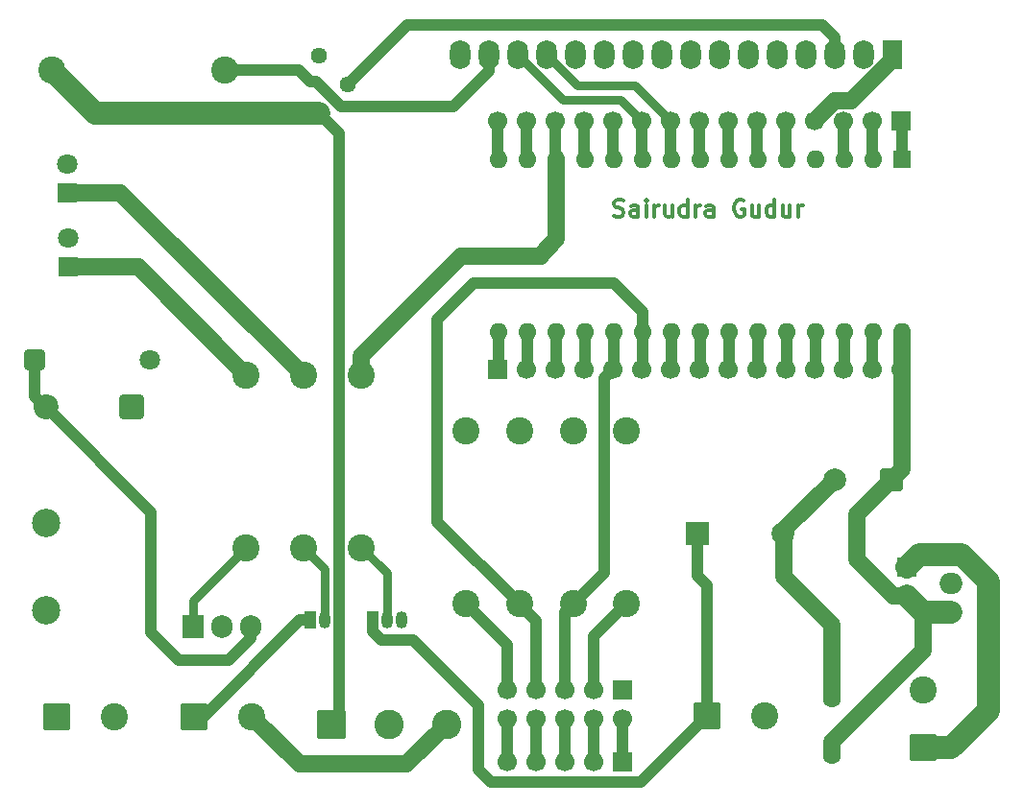
<source format=gbr>
%TF.GenerationSoftware,KiCad,Pcbnew,9.0.5*%
%TF.CreationDate,2025-11-29T23:46:54+05:30*%
%TF.ProjectId,from scrach,66726f6d-2073-4637-9261-63682e6b6963,rev?*%
%TF.SameCoordinates,Original*%
%TF.FileFunction,Copper,L1,Top*%
%TF.FilePolarity,Positive*%
%FSLAX46Y46*%
G04 Gerber Fmt 4.6, Leading zero omitted, Abs format (unit mm)*
G04 Created by KiCad (PCBNEW 9.0.5) date 2025-11-29 23:46:54*
%MOMM*%
%LPD*%
G01*
G04 APERTURE LIST*
G04 Aperture macros list*
%AMRoundRect*
0 Rectangle with rounded corners*
0 $1 Rounding radius*
0 $2 $3 $4 $5 $6 $7 $8 $9 X,Y pos of 4 corners*
0 Add a 4 corners polygon primitive as box body*
4,1,4,$2,$3,$4,$5,$6,$7,$8,$9,$2,$3,0*
0 Add four circle primitives for the rounded corners*
1,1,$1+$1,$2,$3*
1,1,$1+$1,$4,$5*
1,1,$1+$1,$6,$7*
1,1,$1+$1,$8,$9*
0 Add four rect primitives between the rounded corners*
20,1,$1+$1,$2,$3,$4,$5,0*
20,1,$1+$1,$4,$5,$6,$7,0*
20,1,$1+$1,$6,$7,$8,$9,0*
20,1,$1+$1,$8,$9,$2,$3,0*%
G04 Aperture macros list end*
%ADD10C,0.300000*%
%TA.AperFunction,NonConductor*%
%ADD11C,0.300000*%
%TD*%
%TA.AperFunction,ComponentPad*%
%ADD12R,1.700000X1.700000*%
%TD*%
%TA.AperFunction,ComponentPad*%
%ADD13C,1.700000*%
%TD*%
%TA.AperFunction,ComponentPad*%
%ADD14R,1.800000X1.800000*%
%TD*%
%TA.AperFunction,ComponentPad*%
%ADD15C,1.800000*%
%TD*%
%TA.AperFunction,ComponentPad*%
%ADD16C,2.400000*%
%TD*%
%TA.AperFunction,ComponentPad*%
%ADD17RoundRect,0.250001X-0.949999X-0.949999X0.949999X-0.949999X0.949999X0.949999X-0.949999X0.949999X0*%
%TD*%
%TA.AperFunction,ComponentPad*%
%ADD18R,2.000000X2.000000*%
%TD*%
%TA.AperFunction,ComponentPad*%
%ADD19C,2.000000*%
%TD*%
%TA.AperFunction,ComponentPad*%
%ADD20RoundRect,0.341000X-0.759000X0.759000X-0.759000X-0.759000X0.759000X-0.759000X0.759000X0.759000X0*%
%TD*%
%TA.AperFunction,ComponentPad*%
%ADD21C,2.500000*%
%TD*%
%TA.AperFunction,ComponentPad*%
%ADD22C,2.200000*%
%TD*%
%TA.AperFunction,ComponentPad*%
%ADD23RoundRect,0.250001X0.949999X-0.949999X0.949999X0.949999X-0.949999X0.949999X-0.949999X-0.949999X0*%
%TD*%
%TA.AperFunction,ComponentPad*%
%ADD24R,1.600000X1.600000*%
%TD*%
%TA.AperFunction,ComponentPad*%
%ADD25O,1.600000X1.600000*%
%TD*%
%TA.AperFunction,ComponentPad*%
%ADD26RoundRect,0.250000X-1.050000X-1.050000X1.050000X-1.050000X1.050000X1.050000X-1.050000X1.050000X0*%
%TD*%
%TA.AperFunction,ComponentPad*%
%ADD27C,2.600000*%
%TD*%
%TA.AperFunction,ComponentPad*%
%ADD28RoundRect,0.250000X-0.650000X-0.650000X0.650000X-0.650000X0.650000X0.650000X-0.650000X0.650000X0*%
%TD*%
%TA.AperFunction,ComponentPad*%
%ADD29R,1.050000X1.500000*%
%TD*%
%TA.AperFunction,ComponentPad*%
%ADD30O,1.050000X1.500000*%
%TD*%
%TA.AperFunction,ComponentPad*%
%ADD31R,2.000000X1.905000*%
%TD*%
%TA.AperFunction,ComponentPad*%
%ADD32O,2.000000X1.905000*%
%TD*%
%TA.AperFunction,ComponentPad*%
%ADD33C,1.600000*%
%TD*%
%TA.AperFunction,ComponentPad*%
%ADD34C,1.440000*%
%TD*%
%TA.AperFunction,ComponentPad*%
%ADD35RoundRect,0.250000X0.750000X0.750000X-0.750000X0.750000X-0.750000X-0.750000X0.750000X-0.750000X0*%
%TD*%
%TA.AperFunction,ComponentPad*%
%ADD36R,1.905000X2.000000*%
%TD*%
%TA.AperFunction,ComponentPad*%
%ADD37O,1.905000X2.000000*%
%TD*%
%TA.AperFunction,ComponentPad*%
%ADD38R,1.800000X2.600000*%
%TD*%
%TA.AperFunction,ComponentPad*%
%ADD39O,1.800000X2.600000*%
%TD*%
%TA.AperFunction,Conductor*%
%ADD40C,1.000000*%
%TD*%
%TA.AperFunction,Conductor*%
%ADD41C,1.500000*%
%TD*%
%TA.AperFunction,Conductor*%
%ADD42C,0.750000*%
%TD*%
%TA.AperFunction,Conductor*%
%ADD43C,2.000000*%
%TD*%
%TA.AperFunction,Conductor*%
%ADD44C,0.500000*%
%TD*%
G04 APERTURE END LIST*
D10*
D11*
X98083082Y-99329400D02*
X98297368Y-99400828D01*
X98297368Y-99400828D02*
X98654510Y-99400828D01*
X98654510Y-99400828D02*
X98797368Y-99329400D01*
X98797368Y-99329400D02*
X98868796Y-99257971D01*
X98868796Y-99257971D02*
X98940225Y-99115114D01*
X98940225Y-99115114D02*
X98940225Y-98972257D01*
X98940225Y-98972257D02*
X98868796Y-98829400D01*
X98868796Y-98829400D02*
X98797368Y-98757971D01*
X98797368Y-98757971D02*
X98654510Y-98686542D01*
X98654510Y-98686542D02*
X98368796Y-98615114D01*
X98368796Y-98615114D02*
X98225939Y-98543685D01*
X98225939Y-98543685D02*
X98154510Y-98472257D01*
X98154510Y-98472257D02*
X98083082Y-98329400D01*
X98083082Y-98329400D02*
X98083082Y-98186542D01*
X98083082Y-98186542D02*
X98154510Y-98043685D01*
X98154510Y-98043685D02*
X98225939Y-97972257D01*
X98225939Y-97972257D02*
X98368796Y-97900828D01*
X98368796Y-97900828D02*
X98725939Y-97900828D01*
X98725939Y-97900828D02*
X98940225Y-97972257D01*
X100225939Y-99400828D02*
X100225939Y-98615114D01*
X100225939Y-98615114D02*
X100154510Y-98472257D01*
X100154510Y-98472257D02*
X100011653Y-98400828D01*
X100011653Y-98400828D02*
X99725939Y-98400828D01*
X99725939Y-98400828D02*
X99583081Y-98472257D01*
X100225939Y-99329400D02*
X100083081Y-99400828D01*
X100083081Y-99400828D02*
X99725939Y-99400828D01*
X99725939Y-99400828D02*
X99583081Y-99329400D01*
X99583081Y-99329400D02*
X99511653Y-99186542D01*
X99511653Y-99186542D02*
X99511653Y-99043685D01*
X99511653Y-99043685D02*
X99583081Y-98900828D01*
X99583081Y-98900828D02*
X99725939Y-98829400D01*
X99725939Y-98829400D02*
X100083081Y-98829400D01*
X100083081Y-98829400D02*
X100225939Y-98757971D01*
X100940224Y-99400828D02*
X100940224Y-98400828D01*
X100940224Y-97900828D02*
X100868796Y-97972257D01*
X100868796Y-97972257D02*
X100940224Y-98043685D01*
X100940224Y-98043685D02*
X101011653Y-97972257D01*
X101011653Y-97972257D02*
X100940224Y-97900828D01*
X100940224Y-97900828D02*
X100940224Y-98043685D01*
X101654510Y-99400828D02*
X101654510Y-98400828D01*
X101654510Y-98686542D02*
X101725939Y-98543685D01*
X101725939Y-98543685D02*
X101797368Y-98472257D01*
X101797368Y-98472257D02*
X101940225Y-98400828D01*
X101940225Y-98400828D02*
X102083082Y-98400828D01*
X103225939Y-98400828D02*
X103225939Y-99400828D01*
X102583081Y-98400828D02*
X102583081Y-99186542D01*
X102583081Y-99186542D02*
X102654510Y-99329400D01*
X102654510Y-99329400D02*
X102797367Y-99400828D01*
X102797367Y-99400828D02*
X103011653Y-99400828D01*
X103011653Y-99400828D02*
X103154510Y-99329400D01*
X103154510Y-99329400D02*
X103225939Y-99257971D01*
X104583082Y-99400828D02*
X104583082Y-97900828D01*
X104583082Y-99329400D02*
X104440224Y-99400828D01*
X104440224Y-99400828D02*
X104154510Y-99400828D01*
X104154510Y-99400828D02*
X104011653Y-99329400D01*
X104011653Y-99329400D02*
X103940224Y-99257971D01*
X103940224Y-99257971D02*
X103868796Y-99115114D01*
X103868796Y-99115114D02*
X103868796Y-98686542D01*
X103868796Y-98686542D02*
X103940224Y-98543685D01*
X103940224Y-98543685D02*
X104011653Y-98472257D01*
X104011653Y-98472257D02*
X104154510Y-98400828D01*
X104154510Y-98400828D02*
X104440224Y-98400828D01*
X104440224Y-98400828D02*
X104583082Y-98472257D01*
X105297367Y-99400828D02*
X105297367Y-98400828D01*
X105297367Y-98686542D02*
X105368796Y-98543685D01*
X105368796Y-98543685D02*
X105440225Y-98472257D01*
X105440225Y-98472257D02*
X105583082Y-98400828D01*
X105583082Y-98400828D02*
X105725939Y-98400828D01*
X106868796Y-99400828D02*
X106868796Y-98615114D01*
X106868796Y-98615114D02*
X106797367Y-98472257D01*
X106797367Y-98472257D02*
X106654510Y-98400828D01*
X106654510Y-98400828D02*
X106368796Y-98400828D01*
X106368796Y-98400828D02*
X106225938Y-98472257D01*
X106868796Y-99329400D02*
X106725938Y-99400828D01*
X106725938Y-99400828D02*
X106368796Y-99400828D01*
X106368796Y-99400828D02*
X106225938Y-99329400D01*
X106225938Y-99329400D02*
X106154510Y-99186542D01*
X106154510Y-99186542D02*
X106154510Y-99043685D01*
X106154510Y-99043685D02*
X106225938Y-98900828D01*
X106225938Y-98900828D02*
X106368796Y-98829400D01*
X106368796Y-98829400D02*
X106725938Y-98829400D01*
X106725938Y-98829400D02*
X106868796Y-98757971D01*
X109511653Y-97972257D02*
X109368796Y-97900828D01*
X109368796Y-97900828D02*
X109154510Y-97900828D01*
X109154510Y-97900828D02*
X108940224Y-97972257D01*
X108940224Y-97972257D02*
X108797367Y-98115114D01*
X108797367Y-98115114D02*
X108725938Y-98257971D01*
X108725938Y-98257971D02*
X108654510Y-98543685D01*
X108654510Y-98543685D02*
X108654510Y-98757971D01*
X108654510Y-98757971D02*
X108725938Y-99043685D01*
X108725938Y-99043685D02*
X108797367Y-99186542D01*
X108797367Y-99186542D02*
X108940224Y-99329400D01*
X108940224Y-99329400D02*
X109154510Y-99400828D01*
X109154510Y-99400828D02*
X109297367Y-99400828D01*
X109297367Y-99400828D02*
X109511653Y-99329400D01*
X109511653Y-99329400D02*
X109583081Y-99257971D01*
X109583081Y-99257971D02*
X109583081Y-98757971D01*
X109583081Y-98757971D02*
X109297367Y-98757971D01*
X110868796Y-98400828D02*
X110868796Y-99400828D01*
X110225938Y-98400828D02*
X110225938Y-99186542D01*
X110225938Y-99186542D02*
X110297367Y-99329400D01*
X110297367Y-99329400D02*
X110440224Y-99400828D01*
X110440224Y-99400828D02*
X110654510Y-99400828D01*
X110654510Y-99400828D02*
X110797367Y-99329400D01*
X110797367Y-99329400D02*
X110868796Y-99257971D01*
X112225939Y-99400828D02*
X112225939Y-97900828D01*
X112225939Y-99329400D02*
X112083081Y-99400828D01*
X112083081Y-99400828D02*
X111797367Y-99400828D01*
X111797367Y-99400828D02*
X111654510Y-99329400D01*
X111654510Y-99329400D02*
X111583081Y-99257971D01*
X111583081Y-99257971D02*
X111511653Y-99115114D01*
X111511653Y-99115114D02*
X111511653Y-98686542D01*
X111511653Y-98686542D02*
X111583081Y-98543685D01*
X111583081Y-98543685D02*
X111654510Y-98472257D01*
X111654510Y-98472257D02*
X111797367Y-98400828D01*
X111797367Y-98400828D02*
X112083081Y-98400828D01*
X112083081Y-98400828D02*
X112225939Y-98472257D01*
X113583082Y-98400828D02*
X113583082Y-99400828D01*
X112940224Y-98400828D02*
X112940224Y-99186542D01*
X112940224Y-99186542D02*
X113011653Y-99329400D01*
X113011653Y-99329400D02*
X113154510Y-99400828D01*
X113154510Y-99400828D02*
X113368796Y-99400828D01*
X113368796Y-99400828D02*
X113511653Y-99329400D01*
X113511653Y-99329400D02*
X113583082Y-99257971D01*
X114297367Y-99400828D02*
X114297367Y-98400828D01*
X114297367Y-98686542D02*
X114368796Y-98543685D01*
X114368796Y-98543685D02*
X114440225Y-98472257D01*
X114440225Y-98472257D02*
X114583082Y-98400828D01*
X114583082Y-98400828D02*
X114725939Y-98400828D01*
D12*
%TO.P,J9,1,Pin_1*%
%TO.N,1*%
X123377688Y-90952848D03*
D13*
%TO.P,J9,2,Pin_2*%
%TO.N,2*%
X120837688Y-90952848D03*
%TO.P,J9,3,Pin_3*%
%TO.N,3*%
X118297688Y-90952848D03*
%TO.P,J9,4,Pin_4*%
%TO.N,GND*%
X115757688Y-90952848D03*
%TO.P,J9,5,Pin_5*%
%TO.N,RS*%
X113217688Y-90952848D03*
%TO.P,J9,6,Pin_6*%
%TO.N,EN*%
X110677688Y-90952848D03*
%TO.P,J9,7,Pin_7*%
%TO.N,D4*%
X108137688Y-90952848D03*
%TO.P,J9,8,Pin_8*%
%TO.N,D5*%
X105597688Y-90952848D03*
%TO.P,J9,9,Pin_9*%
%TO.N,D6*%
X103057688Y-90952848D03*
%TO.P,J9,10,Pin_10*%
%TO.N,D7*%
X100517688Y-90952848D03*
%TO.P,J9,11,Pin_11*%
%TO.N,D8*%
X97977688Y-90952848D03*
%TO.P,J9,12,Pin_12*%
%TO.N,D9*%
X95437688Y-90952848D03*
%TO.P,J9,13,Pin_13*%
%TO.N,D10*%
X92897688Y-90952848D03*
%TO.P,J9,14,Pin_14*%
%TO.N,D11*%
X90357688Y-90952848D03*
%TO.P,J9,15,Pin_15*%
%TO.N,15*%
X87817688Y-90952848D03*
%TD*%
D14*
%TO.P,D1,1,K*%
%TO.N,Net-(D1-K)*%
X50000000Y-103870000D03*
D15*
%TO.P,D1,2,A*%
%TO.N,D8*%
X50000000Y-101330000D03*
%TD*%
D12*
%TO.P,J6,1,Pin_1*%
%TO.N,Vinput*%
X123900000Y-130325000D03*
D13*
%TO.P,J6,2,Pin_2*%
%TO.N,5V*%
X123900000Y-132865000D03*
%TD*%
D16*
%TO.P,R1,1*%
%TO.N,Net-(DS2-LED(+))*%
X63820000Y-86500000D03*
%TO.P,R1,2*%
%TO.N,5V*%
X48580000Y-86500000D03*
%TD*%
D17*
%TO.P,J3,1,Pin_1*%
%TO.N,Net-(J3-Pin_1)*%
X49000000Y-143500000D03*
D16*
%TO.P,J3,2,Pin_2*%
%TO.N,Net-(J3-Pin_2)*%
X54080000Y-143500000D03*
%TD*%
%TO.P,R8,1*%
%TO.N,3V3*%
X85036431Y-118348634D03*
%TO.P,R8,2*%
%TO.N,A3*%
X85036431Y-133588634D03*
%TD*%
%TO.P,R2,1*%
%TO.N,Net-(D1-K)*%
X65644211Y-113365360D03*
%TO.P,R2,2*%
%TO.N,Net-(Q4-B)*%
X65644211Y-128605360D03*
%TD*%
%TO.P,R6,1*%
%TO.N,3V3*%
X94486431Y-118348634D03*
%TO.P,R6,2*%
%TO.N,A1*%
X94486431Y-133588634D03*
%TD*%
%TO.P,R4,1*%
%TO.N,D10*%
X75821184Y-113369845D03*
%TO.P,R4,2*%
%TO.N,Net-(Q1-B)*%
X75821184Y-128609845D03*
%TD*%
D18*
%TO.P,BZ1,1,+*%
%TO.N,Net-(BZ1-+)*%
X105400000Y-127400000D03*
D19*
%TO.P,BZ1,2,-*%
%TO.N,GND*%
X113000000Y-127400000D03*
%TD*%
D12*
%TO.P,J10,1,Pin_1*%
%TO.N,Net-(J10-Pin_1)*%
X98840000Y-147500000D03*
D13*
%TO.P,J10,2,Pin_2*%
%TO.N,Net-(J10-Pin_2)*%
X96300000Y-147500000D03*
%TO.P,J10,3,Pin_3*%
%TO.N,Net-(J10-Pin_3)*%
X93760000Y-147500000D03*
%TO.P,J10,4,Pin_4*%
%TO.N,Net-(J10-Pin_4)*%
X91220000Y-147500000D03*
%TO.P,J10,5,Pin_5*%
%TO.N,Net-(J10-Pin_5)*%
X88680000Y-147500000D03*
%TD*%
D20*
%TO.P,K1,1*%
%TO.N,GND*%
X55595000Y-116215000D03*
D21*
%TO.P,K1,2*%
%TO.N,Net-(J3-Pin_2)*%
X47995000Y-126415000D03*
%TO.P,K1,3*%
%TO.N,Net-(J3-Pin_1)*%
X47995000Y-134115000D03*
D22*
%TO.P,K1,5*%
%TO.N,Net-(D4-K)*%
X47995000Y-116215000D03*
%TD*%
D23*
%TO.P,J2,1,Pin_1*%
%TO.N,Vinput*%
X125300000Y-146280000D03*
D16*
%TO.P,J2,2,Pin_2*%
%TO.N,GND*%
X125300000Y-141200000D03*
%TD*%
%TO.P,R3,1*%
%TO.N,Net-(D2-K)*%
X70700000Y-113380000D03*
%TO.P,R3,2*%
%TO.N,Net-(Q2-B)*%
X70700000Y-128620000D03*
%TD*%
D24*
%TO.P,A1,1,D1/TX*%
%TO.N,1*%
X123500000Y-94360000D03*
D25*
%TO.P,A1,2,D0/RX*%
%TO.N,2*%
X120960000Y-94360000D03*
%TO.P,A1,3,~{RESET}*%
%TO.N,3*%
X118420000Y-94360000D03*
%TO.P,A1,4,GND*%
%TO.N,GND*%
X115880000Y-94360000D03*
%TO.P,A1,5,D2*%
%TO.N,RS*%
X113340000Y-94360000D03*
%TO.P,A1,6,D3*%
%TO.N,EN*%
X110800000Y-94360000D03*
%TO.P,A1,7,D4*%
%TO.N,D4*%
X108260000Y-94360000D03*
%TO.P,A1,8,D5*%
%TO.N,D5*%
X105720000Y-94360000D03*
%TO.P,A1,9,D6*%
%TO.N,D6*%
X103180000Y-94360000D03*
%TO.P,A1,10,D7*%
%TO.N,D7*%
X100640000Y-94360000D03*
%TO.P,A1,11,D8*%
%TO.N,D8*%
X98100000Y-94360000D03*
%TO.P,A1,12,D9*%
%TO.N,D9*%
X95560000Y-94360000D03*
%TO.P,A1,13,D10*%
%TO.N,D10*%
X93020000Y-94360000D03*
%TO.P,A1,14,D11*%
%TO.N,D11*%
X90480000Y-94360000D03*
%TO.P,A1,15,D12*%
%TO.N,15*%
X87940000Y-94360000D03*
%TO.P,A1,16,D13*%
%TO.N,16*%
X87940000Y-109600000D03*
%TO.P,A1,17,3V3*%
%TO.N,3V3*%
X90480000Y-109600000D03*
%TO.P,A1,18,AREF*%
%TO.N,18*%
X93020000Y-109600000D03*
%TO.P,A1,19,A0*%
%TO.N,A0*%
X95560000Y-109600000D03*
%TO.P,A1,20,A1*%
%TO.N,A1*%
X98100000Y-109600000D03*
%TO.P,A1,21,A2*%
%TO.N,A2*%
X100640000Y-109600000D03*
%TO.P,A1,22,A3*%
%TO.N,A3*%
X103180000Y-109600000D03*
%TO.P,A1,23,A4*%
%TO.N,A4*%
X105720000Y-109600000D03*
%TO.P,A1,24,A5*%
%TO.N,A5*%
X108260000Y-109600000D03*
%TO.P,A1,25,A6*%
%TO.N,A6*%
X110800000Y-109600000D03*
%TO.P,A1,26,A7*%
%TO.N,A7*%
X113340000Y-109600000D03*
%TO.P,A1,27,+5V*%
%TO.N,+5Vo*%
X115880000Y-109600000D03*
%TO.P,A1,28,~{RESET}*%
%TO.N,28*%
X118420000Y-109600000D03*
%TO.P,A1,29,GND*%
%TO.N,GND*%
X120960000Y-109600000D03*
%TO.P,A1,30,VIN*%
%TO.N,5V*%
X123500000Y-109600000D03*
%TD*%
D17*
%TO.P,J5,1,Pin_1*%
%TO.N,Net-(BZ1-+)*%
X106260000Y-143442500D03*
D16*
%TO.P,J5,2,Pin_2*%
%TO.N,GND*%
X111340000Y-143442500D03*
%TD*%
%TO.P,R5,1*%
%TO.N,3V3*%
X99136431Y-118328634D03*
%TO.P,R5,2*%
%TO.N,A0*%
X99136431Y-133568634D03*
%TD*%
D12*
%TO.P,J7,1,Pin_1*%
%TO.N,16*%
X87834526Y-112898151D03*
D13*
%TO.P,J7,2,Pin_2*%
%TO.N,3V3*%
X90374526Y-112898151D03*
%TO.P,J7,3,Pin_3*%
%TO.N,18*%
X92914526Y-112898151D03*
%TO.P,J7,4,Pin_4*%
%TO.N,A0*%
X95454526Y-112898151D03*
%TO.P,J7,5,Pin_5*%
%TO.N,A1*%
X97994526Y-112898151D03*
%TO.P,J7,6,Pin_6*%
%TO.N,A2*%
X100534526Y-112898151D03*
%TO.P,J7,7,Pin_7*%
%TO.N,A3*%
X103074526Y-112898151D03*
%TO.P,J7,8,Pin_8*%
%TO.N,A4*%
X105614526Y-112898151D03*
%TO.P,J7,9,Pin_9*%
%TO.N,A5*%
X108154526Y-112898151D03*
%TO.P,J7,10,Pin_10*%
%TO.N,A6*%
X110694526Y-112898151D03*
%TO.P,J7,11,Pin_11*%
%TO.N,A7*%
X113234526Y-112898151D03*
%TO.P,J7,12,Pin_12*%
%TO.N,+5Vo*%
X115774526Y-112898151D03*
%TO.P,J7,13,Pin_13*%
%TO.N,28*%
X118314526Y-112898151D03*
%TO.P,J7,14,Pin_14*%
%TO.N,GND*%
X120854526Y-112898151D03*
%TO.P,J7,15,Pin_15*%
%TO.N,5V*%
X123394526Y-112898151D03*
%TD*%
D16*
%TO.P,R7,1*%
%TO.N,3V3*%
X89736431Y-118348634D03*
%TO.P,R7,2*%
%TO.N,A2*%
X89736431Y-133588634D03*
%TD*%
D26*
%TO.P,J1,1,Pin_1*%
%TO.N,5V*%
X73140000Y-144200000D03*
D27*
%TO.P,J1,2,Pin_2*%
%TO.N,D11*%
X78220000Y-144200000D03*
%TO.P,J1,3,Pin_3*%
%TO.N,GND*%
X83300000Y-144200000D03*
%TD*%
D14*
%TO.P,D2,1,K*%
%TO.N,Net-(D2-K)*%
X49900000Y-97270000D03*
D15*
%TO.P,D2,2,A*%
%TO.N,D9*%
X49900000Y-94730000D03*
%TD*%
D28*
%TO.P,D4,1,K*%
%TO.N,Net-(D4-K)*%
X47020000Y-112000000D03*
D15*
%TO.P,D4,2,A*%
%TO.N,GND*%
X57180000Y-112000000D03*
%TD*%
D12*
%TO.P,J8,1,Pin_1*%
%TO.N,GND*%
X98808460Y-141197884D03*
D13*
%TO.P,J8,2,Pin_2*%
%TO.N,Net-(J10-Pin_1)*%
X98808460Y-143737884D03*
%TO.P,J8,3,Pin_3*%
%TO.N,A0*%
X96268460Y-141197884D03*
%TO.P,J8,4,Pin_4*%
%TO.N,Net-(J10-Pin_2)*%
X96268460Y-143737884D03*
%TO.P,J8,5,Pin_5*%
%TO.N,A1*%
X93728460Y-141197884D03*
%TO.P,J8,6,Pin_6*%
%TO.N,Net-(J10-Pin_3)*%
X93728460Y-143737884D03*
%TO.P,J8,7,Pin_7*%
%TO.N,A2*%
X91188460Y-141197884D03*
%TO.P,J8,8,Pin_8*%
%TO.N,Net-(J10-Pin_4)*%
X91188460Y-143737884D03*
%TO.P,J8,9,Pin_9*%
%TO.N,A3*%
X88648460Y-141197884D03*
%TO.P,J8,10,Pin_10*%
%TO.N,Net-(J10-Pin_5)*%
X88648460Y-143737884D03*
%TD*%
D29*
%TO.P,Q2,1,E*%
%TO.N,Net-(J4-Pin_1)*%
X71304211Y-134985360D03*
D30*
%TO.P,Q2,2,B*%
%TO.N,Net-(Q2-B)*%
X72574211Y-134985360D03*
%TO.P,Q2,3,C*%
%TO.N,5V*%
X73844211Y-134985360D03*
%TD*%
D31*
%TO.P,U1,1,VI*%
%TO.N,Vinput*%
X127757500Y-129240000D03*
D32*
%TO.P,U1,2,GND*%
%TO.N,GND*%
X127757500Y-131780000D03*
%TO.P,U1,3,VO*%
%TO.N,5V*%
X127757500Y-134320000D03*
%TD*%
D17*
%TO.P,J4,1,Pin_1*%
%TO.N,Net-(J4-Pin_1)*%
X61100000Y-143500000D03*
D16*
%TO.P,J4,2,Pin_2*%
%TO.N,GND*%
X66180000Y-143500000D03*
%TD*%
D33*
%TO.P,C5,1*%
%TO.N,5V*%
X117300000Y-146900000D03*
%TO.P,C5,2*%
%TO.N,GND*%
X117300000Y-141900000D03*
%TD*%
D34*
%TO.P,RV1,1,1*%
%TO.N,5V*%
X72100000Y-90300000D03*
%TO.P,RV1,2,2*%
%TO.N,Net-(DS2-VO)*%
X74640000Y-87760000D03*
%TO.P,RV1,3,3*%
%TO.N,GND*%
X72100000Y-85220000D03*
%TD*%
D35*
%TO.P,C4,1*%
%TO.N,5V*%
X122567677Y-122600000D03*
D19*
%TO.P,C4,2*%
%TO.N,GND*%
X117567677Y-122600000D03*
%TD*%
D36*
%TO.P,Q4,1,B*%
%TO.N,Net-(Q4-B)*%
X60960000Y-135550000D03*
D37*
%TO.P,Q4,2,C*%
%TO.N,5V*%
X63500000Y-135550000D03*
%TO.P,Q4,3,E*%
%TO.N,Net-(D4-K)*%
X66040000Y-135550000D03*
%TD*%
D29*
%TO.P,Q1,1,E*%
%TO.N,Net-(BZ1-+)*%
X76804211Y-134985360D03*
D30*
%TO.P,Q1,2,B*%
%TO.N,Net-(Q1-B)*%
X78074211Y-134985360D03*
%TO.P,Q1,3,C*%
%TO.N,5V*%
X79344211Y-134985360D03*
%TD*%
D38*
%TO.P,DS2,1,VSS*%
%TO.N,GND*%
X122620000Y-85080000D03*
D39*
%TO.P,DS2,2,VDD*%
%TO.N,5V*%
X120080000Y-85080000D03*
%TO.P,DS2,3,VO*%
%TO.N,Net-(DS2-VO)*%
X117540000Y-85080000D03*
%TO.P,DS2,4,RS*%
%TO.N,RS*%
X115000000Y-85080000D03*
%TO.P,DS2,5,R/W*%
%TO.N,GND*%
X112460000Y-85080000D03*
%TO.P,DS2,6,E*%
%TO.N,EN*%
X109920000Y-85080000D03*
%TO.P,DS2,7,D0*%
%TO.N,unconnected-(DS2-D0-Pad7)*%
X107380000Y-85080000D03*
%TO.P,DS2,8,D1*%
%TO.N,unconnected-(DS2-D1-Pad8)*%
X104840000Y-85080000D03*
%TO.P,DS2,9,D2*%
%TO.N,unconnected-(DS2-D2-Pad9)*%
X102300000Y-85080000D03*
%TO.P,DS2,10,D3*%
%TO.N,unconnected-(DS2-D3-Pad10)*%
X99760000Y-85080000D03*
%TO.P,DS2,11,D4*%
%TO.N,D4*%
X97220000Y-85080000D03*
%TO.P,DS2,12,D5*%
%TO.N,D5*%
X94680000Y-85080000D03*
%TO.P,DS2,13,D6*%
%TO.N,D6*%
X92140000Y-85080000D03*
%TO.P,DS2,14,D7*%
%TO.N,D7*%
X89600000Y-85080000D03*
%TO.P,DS2,15,LED(+)*%
%TO.N,Net-(DS2-LED(+))*%
X87060000Y-85080000D03*
%TO.P,DS2,16,LED(-)*%
%TO.N,GND*%
X84520000Y-85080000D03*
%TD*%
D40*
%TO.N,D9*%
X95437688Y-94237688D02*
X95560000Y-94360000D01*
X95437688Y-90952848D02*
X95437688Y-94237688D01*
D41*
%TO.N,GND*%
X122620000Y-85557709D02*
X119025861Y-89151848D01*
X117300000Y-141900000D02*
X117300000Y-135400000D01*
X70380000Y-147700000D02*
X66180000Y-143500000D01*
X83300000Y-144200000D02*
X79800000Y-147700000D01*
X113100000Y-131200000D02*
X113100000Y-127067677D01*
X117551689Y-89151848D02*
X115757688Y-90945849D01*
D40*
X120960000Y-112792677D02*
X120854526Y-112898151D01*
D41*
X79800000Y-147700000D02*
X70380000Y-147700000D01*
X113100000Y-127067677D02*
X117567677Y-122600000D01*
X117300000Y-135400000D02*
X113100000Y-131200000D01*
X115757688Y-90945849D02*
X115757688Y-90952848D01*
X122620000Y-85080000D02*
X122620000Y-85557709D01*
X119025861Y-89151848D02*
X117551689Y-89151848D01*
D40*
X120854526Y-112898151D02*
X120854526Y-109705474D01*
X115757688Y-94237688D02*
X115880000Y-94360000D01*
X120854526Y-109705474D02*
X120960000Y-109600000D01*
%TO.N,A4*%
X105720000Y-109600000D02*
X105720000Y-112792677D01*
X105720000Y-112792677D02*
X105614526Y-112898151D01*
%TO.N,A6*%
X110800000Y-109600000D02*
X110800000Y-112792677D01*
X110800000Y-112792677D02*
X110694526Y-112898151D01*
%TO.N,A3*%
X88648460Y-137200663D02*
X85036431Y-133588634D01*
X88648460Y-141197884D02*
X88648460Y-137200663D01*
X103180000Y-109600000D02*
X103180000Y-112792677D01*
X103180000Y-112792677D02*
X103074526Y-112898151D01*
%TO.N,2*%
X120837688Y-90952848D02*
X120837688Y-94237688D01*
X120837688Y-94237688D02*
X120960000Y-94360000D01*
%TO.N,28*%
X118420000Y-109600000D02*
X118420000Y-112792677D01*
X118420000Y-112792677D02*
X118314526Y-112898151D01*
D42*
%TO.N,D6*%
X99904840Y-87800000D02*
X103057688Y-90952848D01*
X94860000Y-87800000D02*
X99904840Y-87800000D01*
D40*
X103057688Y-94237688D02*
X103180000Y-94360000D01*
X103057688Y-90952848D02*
X103057688Y-94237688D01*
D42*
X92140000Y-85080000D02*
X94860000Y-87800000D01*
%TO.N,D7*%
X98664840Y-89100000D02*
X100517688Y-90952848D01*
X93620000Y-89100000D02*
X98664840Y-89100000D01*
X89600000Y-85080000D02*
X93620000Y-89100000D01*
D40*
X100517688Y-94237688D02*
X100640000Y-94360000D01*
X100517688Y-90952848D02*
X100517688Y-94237688D01*
D41*
%TO.N,3V3*%
X99116431Y-118348634D02*
X99136431Y-118328634D01*
D40*
X90480000Y-112792677D02*
X90374526Y-112898151D01*
X90480000Y-109600000D02*
X90480000Y-112792677D01*
%TO.N,D5*%
X105597688Y-90952848D02*
X105597688Y-94237688D01*
X105597688Y-94237688D02*
X105720000Y-94360000D01*
%TO.N,D8*%
X97977688Y-90952848D02*
X97977688Y-94237688D01*
X97977688Y-94237688D02*
X98100000Y-94360000D01*
%TO.N,A0*%
X95560000Y-109600000D02*
X95560000Y-112792677D01*
X96268460Y-136436605D02*
X99136431Y-133568634D01*
X95560000Y-112792677D02*
X95454526Y-112898151D01*
X96268460Y-141197884D02*
X96268460Y-136436605D01*
%TO.N,D11*%
X90357688Y-94237688D02*
X90480000Y-94360000D01*
X90357688Y-90952848D02*
X90357688Y-94237688D01*
%TO.N,RS*%
X113217688Y-90952848D02*
X113217688Y-94237688D01*
X113217688Y-94237688D02*
X113340000Y-94360000D01*
%TO.N,A1*%
X93728460Y-141197884D02*
X93728460Y-134346605D01*
X98100000Y-112792677D02*
X97994526Y-112898151D01*
X98100000Y-109600000D02*
X98100000Y-112792677D01*
X97235431Y-130839634D02*
X97235431Y-113657246D01*
X97235431Y-113657246D02*
X97994526Y-112898151D01*
X93728460Y-134346605D02*
X94486431Y-133588634D01*
X94486431Y-133588634D02*
X97235431Y-130839634D01*
%TO.N,A2*%
X100640000Y-109600000D02*
X100640000Y-112792677D01*
X82500000Y-126352203D02*
X82500000Y-108500000D01*
X98100000Y-105300000D02*
X100640000Y-107840000D01*
X91188460Y-141197884D02*
X91188460Y-135040663D01*
X85700000Y-105300000D02*
X98100000Y-105300000D01*
X89736431Y-133588634D02*
X82500000Y-126352203D01*
X91188460Y-135040663D02*
X89736431Y-133588634D01*
X100640000Y-107840000D02*
X100640000Y-109600000D01*
X100640000Y-112792677D02*
X100534526Y-112898151D01*
X82500000Y-108500000D02*
X85700000Y-105300000D01*
%TO.N,A7*%
X113340000Y-112792677D02*
X113234526Y-112898151D01*
X113340000Y-109600000D02*
X113340000Y-112792677D01*
%TO.N,D4*%
X108137688Y-90952848D02*
X108137688Y-94237688D01*
X108137688Y-94237688D02*
X108260000Y-94360000D01*
D41*
%TO.N,D10*%
X75821184Y-111672789D02*
X84593973Y-102900000D01*
X93020000Y-101380000D02*
X93020000Y-94360000D01*
X84593973Y-102900000D02*
X91600000Y-102900000D01*
X91600000Y-102800000D02*
X93020000Y-101380000D01*
D40*
X92897688Y-94237688D02*
X93020000Y-94360000D01*
D41*
X75821184Y-113369845D02*
X75821184Y-111672789D01*
X91600000Y-102900000D02*
X91600000Y-102800000D01*
D40*
X92897688Y-90952848D02*
X92897688Y-94237688D01*
%TO.N,A5*%
X108260000Y-112792677D02*
X108154526Y-112898151D01*
X108260000Y-109600000D02*
X108260000Y-112792677D01*
%TO.N,+5Vo*%
X115880000Y-109600000D02*
X115880000Y-112792677D01*
X115880000Y-112792677D02*
X115774526Y-112898151D01*
%TO.N,EN*%
X110677688Y-94237688D02*
X110800000Y-94360000D01*
X110677688Y-90952848D02*
X110677688Y-94237688D01*
%TO.N,5V*%
X73844211Y-143495789D02*
X73140000Y-144200000D01*
X73844211Y-134985360D02*
X73844211Y-143495789D01*
X123500000Y-112792677D02*
X123394526Y-112898151D01*
X123500000Y-109600000D02*
X123500000Y-112792677D01*
D41*
X122697919Y-132865000D02*
X123900000Y-132865000D01*
D43*
X72100000Y-90300000D02*
X52380000Y-90300000D01*
D41*
X122567677Y-122600000D02*
X122567677Y-122632323D01*
X117300000Y-146900000D02*
X117300000Y-145768630D01*
X125355000Y-137713630D02*
X125355000Y-134320000D01*
D43*
X52380000Y-90300000D02*
X48580000Y-86500000D01*
X127757500Y-134320000D02*
X125355000Y-134320000D01*
D41*
X119500000Y-125700000D02*
X119500000Y-129667081D01*
D40*
X73844211Y-134985360D02*
X73844211Y-92044211D01*
D41*
X117300000Y-145768630D02*
X125355000Y-137713630D01*
X122567677Y-122600000D02*
X123500000Y-121667677D01*
D43*
X125355000Y-134320000D02*
X123900000Y-132865000D01*
D41*
X119500000Y-129667081D02*
X122697919Y-132865000D01*
X122567677Y-122632323D02*
X119500000Y-125700000D01*
D40*
X73844211Y-92044211D02*
X72100000Y-90300000D01*
D41*
X123500000Y-121667677D02*
X123500000Y-109600000D01*
D40*
%TO.N,16*%
X87940000Y-109600000D02*
X87940000Y-112792677D01*
X87940000Y-112792677D02*
X87834526Y-112898151D01*
%TO.N,3*%
X118297688Y-94237688D02*
X118420000Y-94360000D01*
X118297688Y-90952848D02*
X118297688Y-94237688D01*
%TO.N,1*%
X123500000Y-94360000D02*
X123500000Y-91075160D01*
X123500000Y-91075160D02*
X123377688Y-90952848D01*
%TO.N,15*%
X87817688Y-94237688D02*
X87940000Y-94360000D01*
X87817688Y-90952848D02*
X87817688Y-94237688D01*
%TO.N,18*%
X93020000Y-109600000D02*
X93020000Y-112792677D01*
X93020000Y-112792677D02*
X92914526Y-112898151D01*
%TO.N,Net-(BZ1-+)*%
X100402500Y-149300000D02*
X106260000Y-143442500D01*
X106260000Y-131960000D02*
X105400000Y-131100000D01*
X76804211Y-134985360D02*
X76804211Y-136000000D01*
X87200000Y-149300000D02*
X86100000Y-148200000D01*
X106260000Y-143442500D02*
X106260000Y-131960000D01*
X105400000Y-131100000D02*
X105400000Y-127400000D01*
X80400000Y-136800000D02*
X77604211Y-136800000D01*
X86100000Y-148200000D02*
X86100000Y-142500000D01*
X100402500Y-149300000D02*
X87200000Y-149300000D01*
X77604211Y-136800000D02*
X76804211Y-136000000D01*
X86100000Y-142500000D02*
X80400000Y-136800000D01*
D41*
%TO.N,Net-(D1-K)*%
X65644211Y-113365360D02*
X56148851Y-103870000D01*
X56148851Y-103870000D02*
X50000000Y-103870000D01*
%TO.N,Net-(D2-K)*%
X70700000Y-113380000D02*
X54590000Y-97270000D01*
X54590000Y-97270000D02*
X49900000Y-97270000D01*
D40*
%TO.N,Net-(DS2-VO)*%
X74640000Y-87760000D02*
X79900000Y-82500000D01*
X117540000Y-83580000D02*
X117540000Y-85080000D01*
X116460000Y-82500000D02*
X117540000Y-83580000D01*
X79900000Y-82500000D02*
X116460000Y-82500000D01*
%TO.N,Net-(DS2-LED(+))*%
X87060000Y-86580000D02*
X83928598Y-89711402D01*
X87060000Y-85080000D02*
X87060000Y-86580000D01*
X70309598Y-86500000D02*
X63820000Y-86500000D01*
X83928598Y-89711402D02*
X74011402Y-89711402D01*
X74011402Y-89711402D02*
X71800000Y-87500000D01*
X71309598Y-87500000D02*
X70309598Y-86500000D01*
X71800000Y-87500000D02*
X71309598Y-87500000D01*
D43*
%TO.N,Vinput*%
X131099000Y-143001000D02*
X131099000Y-131600000D01*
X123900000Y-130325000D02*
X124985000Y-129240000D01*
X124985000Y-129240000D02*
X127757500Y-129240000D01*
X125300000Y-146280000D02*
X127820000Y-146280000D01*
X127820000Y-146280000D02*
X131099000Y-143001000D01*
X128739000Y-129240000D02*
X127757500Y-129240000D01*
X131099000Y-131600000D02*
X128739000Y-129240000D01*
D44*
%TO.N,Net-(J4-Pin_1)*%
X61100000Y-143500000D02*
X60700000Y-143500000D01*
D40*
X71304211Y-134985360D02*
X70414640Y-134985360D01*
X70414640Y-134985360D02*
X61900000Y-143500000D01*
D42*
%TO.N,Net-(Q1-B)*%
X78074211Y-130862872D02*
X78074211Y-134985360D01*
X75821184Y-128609845D02*
X78074211Y-130862872D01*
%TO.N,Net-(Q2-B)*%
X70700000Y-128620000D02*
X72574211Y-130494211D01*
X72574211Y-130494211D02*
X72574211Y-134985360D01*
X70644211Y-128675789D02*
X70700000Y-128620000D01*
D40*
%TO.N,Net-(D4-K)*%
X47020000Y-115240000D02*
X47995000Y-116215000D01*
X48015000Y-116215000D02*
X57300000Y-125500000D01*
X47020000Y-112000000D02*
X47020000Y-115240000D01*
X57300000Y-136100000D02*
X59700000Y-138500000D01*
X64100000Y-138500000D02*
X66040000Y-136560000D01*
X59700000Y-138500000D02*
X64100000Y-138500000D01*
X66040000Y-136560000D02*
X66040000Y-135550000D01*
X47995000Y-116215000D02*
X48015000Y-116215000D01*
X57300000Y-125500000D02*
X57300000Y-136100000D01*
%TO.N,Net-(J10-Pin_5)*%
X88648460Y-147537884D02*
X88648460Y-143737884D01*
%TO.N,Net-(J10-Pin_3)*%
X93728460Y-147537884D02*
X93728460Y-143737884D01*
%TO.N,Net-(J10-Pin_2)*%
X96268460Y-147537884D02*
X96268460Y-143737884D01*
%TO.N,Net-(J10-Pin_1)*%
X98808460Y-143737884D02*
X98808460Y-147537884D01*
%TO.N,Net-(J10-Pin_4)*%
X91188460Y-147537884D02*
X91188460Y-143737884D01*
D42*
%TO.N,Net-(Q4-B)*%
X60960000Y-133289571D02*
X60960000Y-135550000D01*
X65644211Y-128605360D02*
X60960000Y-133289571D01*
%TD*%
M02*

</source>
